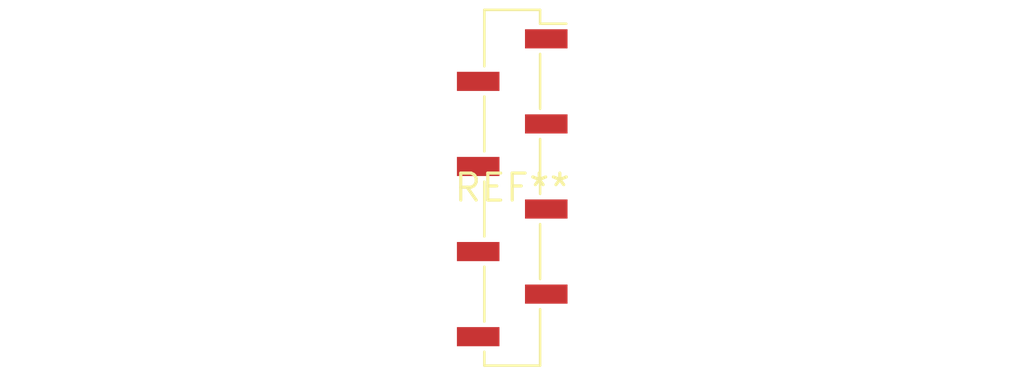
<source format=kicad_pcb>
(kicad_pcb (version 20240108) (generator pcbnew)
  (layers (0 "F.Cu" signal) (31 "B.Cu" signal) (34 "B.Paste" user) (35 "F.Paste" user) (36 "B.SilkS" user "B.Silkscreen") (37 "F.SilkS" user "F.Silkscreen") (38 "B.Mask" user) (39 "F.Mask" user) (44 "Edge.Cuts" user))
  (net 0 "")
  (footprint "PinSocket_1x08_P2.00mm_Vertical_SMD_Pin1Right" (layer "F.Cu") (at 0 0)
    (property "Reference" "REF**")
    (property "Value" "PinSocket_1x08_P2.00mm_Vertical_SMD_Pin1Right")
    (fp_line (start -1.31 -8.36) (end -1.31 -5.71) (layer "F.SilkS") (stroke (width 0.12)))
    (fp_line (start -1.31 -8.36) (end 1.31 -8.36) (layer "F.SilkS") (stroke (width 0.12)))
    (fp_line (start -1.31 -4.29) (end -1.31 -1.71) (layer "F.SilkS") (stroke (width 0.12)))
    (fp_line (start -1.31 -0.29) (end -1.31 2.29) (layer "F.SilkS") (stroke (width 0.12)))
    (fp_line (start -1.31 3.71) (end -1.31 6.29) (layer "F.SilkS") (stroke (width 0.12)))
    (fp_line (start -1.31 7.71) (end -1.31 8.36) (layer "F.SilkS") (stroke (width 0.12)))
    (fp_line (start -1.31 8.36) (end 1.31 8.36) (layer "F.SilkS") (stroke (width 0.12)))
    (fp_line (start 1.31 -8.36) (end 1.31 -7.71) (layer "F.SilkS") (stroke (width 0.12)))
    (fp_line (start 1.31 -7.71) (end 2.54 -7.71) (layer "F.SilkS") (stroke (width 0.12)))
    (fp_line (start 1.31 -6.29) (end 1.31 -3.71) (layer "F.SilkS") (stroke (width 0.12)))
    (fp_line (start 1.31 -2.29) (end 1.31 0.29) (layer "F.SilkS") (stroke (width 0.12)))
    (fp_line (start 1.31 1.71) (end 1.31 4.29) (layer "F.SilkS") (stroke (width 0.12)))
    (fp_line (start 1.31 5.71) (end 1.31 8.36) (layer "F.SilkS") (stroke (width 0.12)))
    (pad "1" smd rect (at 1.6 -7) (size 2 0.9) (layers "F.Cu" "F.Paste" "F.Mask"))
    (pad "2" smd rect (at -1.6 -5) (size 2 0.9) (layers "F.Cu" "F.Paste" "F.Mask"))
    (pad "3" smd rect (at 1.6 -3) (size 2 0.9) (layers "F.Cu" "F.Paste" "F.Mask"))
    (pad "4" smd rect (at -1.6 -1) (size 2 0.9) (layers "F.Cu" "F.Paste" "F.Mask"))
    (pad "5" smd rect (at 1.6 1) (size 2 0.9) (layers "F.Cu" "F.Paste" "F.Mask"))
    (pad "6" smd rect (at -1.6 3) (size 2 0.9) (layers "F.Cu" "F.Paste" "F.Mask"))
    (pad "7" smd rect (at 1.6 5) (size 2 0.9) (layers "F.Cu" "F.Paste" "F.Mask"))
    (pad "8" smd rect (at -1.6 7) (size 2 0.9) (layers "F.Cu" "F.Paste" "F.Mask"))
  )
)
</source>
